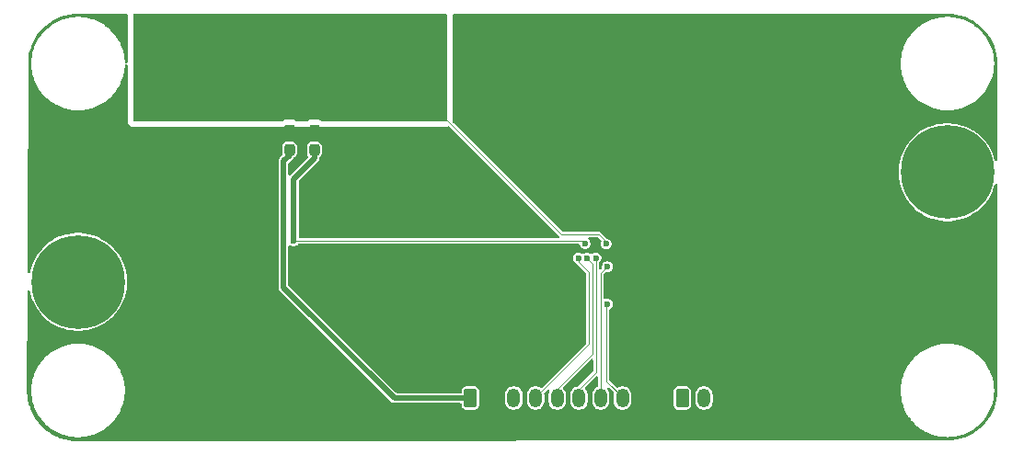
<source format=gbr>
%TF.GenerationSoftware,KiCad,Pcbnew,9.0.4*%
%TF.CreationDate,2025-09-17T13:52:30+02:00*%
%TF.ProjectId,switching_psu,73776974-6368-4696-9e67-5f7073752e6b,rev?*%
%TF.SameCoordinates,Original*%
%TF.FileFunction,Copper,L4,Bot*%
%TF.FilePolarity,Positive*%
%FSLAX46Y46*%
G04 Gerber Fmt 4.6, Leading zero omitted, Abs format (unit mm)*
G04 Created by KiCad (PCBNEW 9.0.4) date 2025-09-17 13:52:31*
%MOMM*%
%LPD*%
G01*
G04 APERTURE LIST*
G04 Aperture macros list*
%AMRoundRect*
0 Rectangle with rounded corners*
0 $1 Rounding radius*
0 $2 $3 $4 $5 $6 $7 $8 $9 X,Y pos of 4 corners*
0 Add a 4 corners polygon primitive as box body*
4,1,4,$2,$3,$4,$5,$6,$7,$8,$9,$2,$3,0*
0 Add four circle primitives for the rounded corners*
1,1,$1+$1,$2,$3*
1,1,$1+$1,$4,$5*
1,1,$1+$1,$6,$7*
1,1,$1+$1,$8,$9*
0 Add four rect primitives between the rounded corners*
20,1,$1+$1,$2,$3,$4,$5,0*
20,1,$1+$1,$4,$5,$6,$7,0*
20,1,$1+$1,$6,$7,$8,$9,0*
20,1,$1+$1,$8,$9,$2,$3,0*%
G04 Aperture macros list end*
%TA.AperFunction,ComponentPad*%
%ADD10C,0.900000*%
%TD*%
%TA.AperFunction,ComponentPad*%
%ADD11C,8.600000*%
%TD*%
%TA.AperFunction,ComponentPad*%
%ADD12RoundRect,0.250000X-0.350000X-0.625000X0.350000X-0.625000X0.350000X0.625000X-0.350000X0.625000X0*%
%TD*%
%TA.AperFunction,ComponentPad*%
%ADD13O,1.200000X1.750000*%
%TD*%
%TA.AperFunction,SMDPad,CuDef*%
%ADD14RoundRect,0.237500X0.237500X-0.300000X0.237500X0.300000X-0.237500X0.300000X-0.237500X-0.300000X0*%
%TD*%
%TA.AperFunction,ViaPad*%
%ADD15C,0.600000*%
%TD*%
%TA.AperFunction,ViaPad*%
%ADD16C,4.000000*%
%TD*%
%TA.AperFunction,Conductor*%
%ADD17C,0.500000*%
%TD*%
%TA.AperFunction,Conductor*%
%ADD18C,0.100000*%
%TD*%
%TA.AperFunction,Conductor*%
%ADD19C,0.200000*%
%TD*%
G04 APERTURE END LIST*
D10*
%TO.P,H1,1,1*%
%TO.N,Net-(F1-Pad1)*%
X102024354Y-99900000D03*
X102968935Y-97619581D03*
X102968935Y-102180419D03*
X105249354Y-96675000D03*
D11*
X105249354Y-99900000D03*
D10*
X105249354Y-103125000D03*
X107529773Y-97619581D03*
X107529773Y-102180419D03*
X108474354Y-99900000D03*
%TD*%
%TO.P,H3,1,1*%
%TO.N,Vout*%
X182024354Y-89799000D03*
X182968935Y-87518581D03*
X182968935Y-92079419D03*
X185249354Y-86574000D03*
D11*
X185249354Y-89799000D03*
D10*
X185249354Y-93024000D03*
X187529773Y-87518581D03*
X187529773Y-92079419D03*
X188474354Y-89799000D03*
%TD*%
%TO.P,H4,1,1*%
%TO.N,GND*%
X182024354Y-99899000D03*
X182968935Y-97618581D03*
X182968935Y-102179419D03*
X185249354Y-96674000D03*
D11*
X185249354Y-99899000D03*
D10*
X185249354Y-103124000D03*
X187529773Y-97618581D03*
X187529773Y-102179419D03*
X188474354Y-99899000D03*
%TD*%
%TO.P,H2,1,1*%
%TO.N,GND*%
X102024354Y-89799000D03*
X102968935Y-87518581D03*
X102968935Y-92079419D03*
X105249354Y-86574000D03*
D11*
X105249354Y-89799000D03*
D10*
X105249354Y-93024000D03*
X107529773Y-87518581D03*
X107529773Y-92079419D03*
X108474354Y-89799000D03*
%TD*%
D12*
%TO.P,J2,1,Pin_1*%
%TO.N,Net-(J2-Pin_1)*%
X160849354Y-110599000D03*
D13*
%TO.P,J2,2,Pin_2*%
%TO.N,Net-(J2-Pin_2)*%
X162849354Y-110599000D03*
%TD*%
D12*
%TO.P,J1,1,Pin_1*%
%TO.N,+5V*%
X141349354Y-110599000D03*
D13*
%TO.P,J1,2,Pin_2*%
%TO.N,GND*%
X143349354Y-110599000D03*
%TO.P,J1,3,Pin_3*%
%TO.N,unconnected-(J1-Pin_3-Pad3)*%
X145349354Y-110599000D03*
%TO.P,J1,4,Pin_4*%
%TO.N,EN*%
X147349354Y-110599000D03*
%TO.P,J1,5,Pin_5*%
%TO.N,SCL*%
X149349354Y-110599000D03*
%TO.P,J1,6,Pin_6*%
%TO.N,SDA*%
X151349354Y-110599000D03*
%TO.P,J1,7,Pin_7*%
%TO.N,SALRT*%
X153349354Y-110599000D03*
%TO.P,J1,8,Pin_8*%
%TO.N,Pgood*%
X155349354Y-110599000D03*
%TD*%
D14*
%TO.P,C22,1*%
%TO.N,Vin*%
X127000000Y-87725000D03*
%TO.P,C22,2*%
%TO.N,GND*%
X127000000Y-86000000D03*
%TD*%
%TO.P,C23,1*%
%TO.N,+5V*%
X124700000Y-87725000D03*
%TO.P,C23,2*%
%TO.N,GND*%
X124700000Y-86000000D03*
%TD*%
D15*
%TO.N,GND*%
X160285000Y-103601000D03*
%TO.N,+5V*%
X124700000Y-88150000D03*
%TO.N,Vin*%
X127000000Y-88250000D03*
%TO.N,GND*%
X153050000Y-93950000D03*
X151150000Y-93950000D03*
X149450000Y-93950000D03*
D16*
%TO.N,+5V*%
X136950646Y-82749646D03*
X136950646Y-77749646D03*
X112500646Y-77800000D03*
X112500646Y-82800000D03*
D15*
%TO.N,GND*%
X173700646Y-96087500D03*
X171300646Y-95387500D03*
X176900646Y-96087500D03*
X178500646Y-96087500D03*
X175300646Y-96087500D03*
X165200000Y-97050000D03*
X163250000Y-97100000D03*
X164250000Y-98850000D03*
X168200646Y-95387500D03*
X176100646Y-95337500D03*
X168900646Y-96137500D03*
X169700646Y-95387500D03*
X172100646Y-96087500D03*
X170500646Y-96087500D03*
X172900646Y-95387500D03*
X174500646Y-95337500D03*
X164250000Y-95200000D03*
X177700646Y-95337500D03*
%TO.N,Vin*%
X125090000Y-96110000D03*
%TO.N,GND*%
X115900000Y-93800000D03*
X115900000Y-90000000D03*
X117800000Y-93100000D03*
X117800000Y-90700000D03*
X115200000Y-93100000D03*
X115200000Y-90700000D03*
X117800000Y-91900000D03*
X115200000Y-91900000D03*
X117100000Y-93800000D03*
X117100000Y-90000000D03*
X126450000Y-96800000D03*
X143100000Y-100250000D03*
X150650000Y-100030000D03*
X146800000Y-100470000D03*
X146800000Y-101850000D03*
X122400646Y-87050000D03*
X127400000Y-98650000D03*
X151550000Y-101410000D03*
X137850000Y-99400000D03*
X149650000Y-101750000D03*
X151550000Y-102130000D03*
X147700000Y-101850000D03*
X124050646Y-86050000D03*
X151550000Y-100710000D03*
X139950000Y-99400000D03*
X151550000Y-102830000D03*
X150650000Y-100710000D03*
X148750000Y-101750000D03*
X131550000Y-99400000D03*
X133650000Y-99400000D03*
X147700000Y-101150000D03*
X146800000Y-101150000D03*
X138900000Y-100200000D03*
X150650000Y-102130000D03*
X142050000Y-99400000D03*
X143950000Y-99600000D03*
X125850646Y-86000000D03*
X130650000Y-100200000D03*
X126450000Y-100500000D03*
X141000000Y-100200000D03*
X122400646Y-89400000D03*
X127650646Y-86000000D03*
X136800000Y-100200000D03*
X132600000Y-100200000D03*
X150650000Y-102830000D03*
X150650000Y-101410000D03*
X123300646Y-88200000D03*
X134700000Y-100200000D03*
X151550000Y-100030000D03*
X125450000Y-98650000D03*
X135750000Y-99400000D03*
X147700000Y-100470000D03*
%TO.N,Vin*%
X151911854Y-96361500D03*
%TO.N,+5V*%
X153849354Y-96411500D03*
D16*
X132100000Y-82799000D03*
X117300000Y-77799000D03*
X127100000Y-77799000D03*
X132100000Y-77799000D03*
X122100000Y-77799000D03*
X117300000Y-82799000D03*
D15*
%TO.N,EN*%
X151299997Y-97700000D03*
%TO.N,Pgood*%
X153949354Y-101949000D03*
%TO.N,SCL*%
X152100000Y-97700000D03*
%TO.N,SALRT*%
X153949354Y-98499000D03*
%TO.N,SDA*%
X152900000Y-97700000D03*
%TD*%
D17*
%TO.N,Vin*%
X127000000Y-88250000D02*
X127000000Y-88212500D01*
D18*
X151650354Y-96100000D02*
X151911854Y-96361500D01*
X125100000Y-96100000D02*
X151650354Y-96100000D01*
X125090000Y-96110000D02*
X125100000Y-96100000D01*
%TO.N,+5V*%
X149701000Y-95500000D02*
X137050354Y-82849354D01*
X153150000Y-95500000D02*
X149701000Y-95500000D01*
X153849354Y-96411500D02*
X153849354Y-96199354D01*
X153849354Y-96199354D02*
X153150000Y-95500000D01*
%TO.N,EN*%
X152260000Y-105640000D02*
X147349354Y-110550646D01*
X152260000Y-99034305D02*
X152260000Y-105640000D01*
X151299997Y-98074302D02*
X152260000Y-99034305D01*
X151299997Y-97700000D02*
X151299997Y-98074302D01*
X147349354Y-110550646D02*
X147349354Y-110599000D01*
%TO.N,SCL*%
X149349354Y-109750646D02*
X149349354Y-110599000D01*
X152600000Y-106500000D02*
X149349354Y-109750646D01*
X152600000Y-98200000D02*
X152600000Y-106500000D01*
X152100000Y-97700000D02*
X152600000Y-98200000D01*
%TO.N,SDA*%
X151349354Y-109800646D02*
X151349354Y-110599000D01*
X152900000Y-108250000D02*
X151349354Y-109800646D01*
X152900000Y-97700000D02*
X152900000Y-108250000D01*
D17*
%TO.N,Vin*%
X125090000Y-90410646D02*
X125640646Y-89860000D01*
X125090000Y-96110000D02*
X125090000Y-90410646D01*
D18*
%TO.N,+5V*%
X136950646Y-82800000D02*
X136950646Y-82749646D01*
X132100000Y-82849354D02*
X132100000Y-82799000D01*
%TO.N,Pgood*%
X153900000Y-101998354D02*
X153949354Y-101949000D01*
X153900000Y-109050000D02*
X153900000Y-101998354D01*
X155349354Y-110499354D02*
X153900000Y-109050000D01*
X155349354Y-110599000D02*
X155349354Y-110499354D01*
%TO.N,SALRT*%
X153349354Y-99099000D02*
X153349354Y-110599000D01*
X153949354Y-98499000D02*
X153349354Y-99099000D01*
D19*
%TO.N,GND*%
X124700000Y-86000000D02*
X127000000Y-86000000D01*
D17*
%TO.N,Vin*%
X125640646Y-89860000D02*
X127000000Y-88500646D01*
%TO.N,+5V*%
X124149354Y-88763146D02*
X124700000Y-88212500D01*
X124149354Y-100399354D02*
X124149354Y-88763146D01*
X134349000Y-110599000D02*
X124149354Y-100399354D01*
X141349354Y-110599000D02*
X134349000Y-110599000D01*
%TO.N,Vin*%
X127000000Y-88500646D02*
X127000000Y-88250000D01*
%TD*%
%TA.AperFunction,Conductor*%
%TO.N,+5V*%
G36*
X139143039Y-75232988D02*
G01*
X139188794Y-75285792D01*
X139200000Y-75337303D01*
X139200000Y-84989303D01*
X139180315Y-85056342D01*
X139127511Y-85102097D01*
X139076000Y-85113303D01*
X127727264Y-85113303D01*
X127662168Y-85094842D01*
X127551522Y-85026595D01*
X127551517Y-85026593D01*
X127551516Y-85026592D01*
X127387753Y-84972326D01*
X127387751Y-84972325D01*
X127286678Y-84962000D01*
X126713330Y-84962000D01*
X126713312Y-84962001D01*
X126612247Y-84972325D01*
X126448484Y-85026592D01*
X126448477Y-85026595D01*
X126337832Y-85094842D01*
X126272736Y-85113303D01*
X125427264Y-85113303D01*
X125362168Y-85094842D01*
X125251522Y-85026595D01*
X125251517Y-85026593D01*
X125251516Y-85026592D01*
X125087753Y-84972326D01*
X125087751Y-84972325D01*
X124986678Y-84962000D01*
X124413330Y-84962000D01*
X124413312Y-84962001D01*
X124312247Y-84972325D01*
X124148484Y-85026592D01*
X124148477Y-85026595D01*
X124037832Y-85094842D01*
X123972736Y-85113303D01*
X110424000Y-85113303D01*
X110356961Y-85093618D01*
X110311206Y-85040814D01*
X110300000Y-84989303D01*
X110300000Y-75337303D01*
X110319685Y-75270264D01*
X110372489Y-75224509D01*
X110424000Y-75213303D01*
X139076000Y-75213303D01*
X139143039Y-75232988D01*
G37*
%TD.AperFunction*%
%TD*%
%TA.AperFunction,Conductor*%
%TO.N,GND*%
G36*
X109738249Y-75219185D02*
G01*
X109784004Y-75271989D01*
X109792739Y-75332740D01*
X109794816Y-75332889D01*
X109794500Y-75337306D01*
X109794500Y-79649088D01*
X109774815Y-79716127D01*
X109722011Y-79761882D01*
X109652853Y-79771826D01*
X109589297Y-79742801D01*
X109551523Y-79684023D01*
X109546615Y-79654423D01*
X109544191Y-79598137D01*
X109540895Y-79521582D01*
X109524986Y-79337207D01*
X109501160Y-79153687D01*
X109469461Y-78971362D01*
X109464399Y-78948204D01*
X109429947Y-78790574D01*
X109382693Y-78611654D01*
X109380182Y-78603571D01*
X109327781Y-78434919D01*
X109265319Y-78260719D01*
X109195421Y-78089368D01*
X109191710Y-78081285D01*
X109118221Y-77921196D01*
X109118215Y-77921182D01*
X109033845Y-77756474D01*
X108942467Y-77595548D01*
X108882157Y-77499237D01*
X108844250Y-77438701D01*
X108739381Y-77286234D01*
X108733288Y-77278144D01*
X108628040Y-77138405D01*
X108569243Y-77066957D01*
X108510450Y-76995513D01*
X108386809Y-76857799D01*
X108257375Y-76725551D01*
X108248751Y-76717466D01*
X108122361Y-76598982D01*
X107982029Y-76478342D01*
X107971759Y-76470255D01*
X107836636Y-76363850D01*
X107714011Y-76275562D01*
X107686454Y-76255721D01*
X107531758Y-76154152D01*
X107372835Y-76059333D01*
X107372822Y-76059325D01*
X107209995Y-75971446D01*
X107209993Y-75971445D01*
X107209980Y-75971438D01*
X107043494Y-75890632D01*
X106873686Y-75817062D01*
X106852584Y-75808979D01*
X106700877Y-75750869D01*
X106676704Y-75742784D01*
X106525367Y-75692167D01*
X106480075Y-75679156D01*
X106347510Y-75641075D01*
X106167592Y-75597676D01*
X105985996Y-75562061D01*
X105843292Y-75540403D01*
X105803035Y-75534294D01*
X105698537Y-75523007D01*
X105619049Y-75514422D01*
X105434357Y-75502483D01*
X105249354Y-75498501D01*
X105064350Y-75502483D01*
X104879658Y-75514422D01*
X104780298Y-75525154D01*
X104695673Y-75534294D01*
X104670963Y-75538044D01*
X104512711Y-75562061D01*
X104331115Y-75597676D01*
X104151197Y-75641075D01*
X104001486Y-75684082D01*
X103973341Y-75692167D01*
X103906889Y-75714393D01*
X103797830Y-75750869D01*
X103625021Y-75817062D01*
X103473870Y-75882549D01*
X103455214Y-75890632D01*
X103288728Y-75971438D01*
X103288712Y-75971446D01*
X103125885Y-76059325D01*
X102966954Y-76154149D01*
X102812248Y-76255725D01*
X102662071Y-76363850D01*
X102516683Y-76478338D01*
X102441481Y-76542988D01*
X102385750Y-76590899D01*
X102376338Y-76598990D01*
X102241332Y-76725551D01*
X102111898Y-76857799D01*
X101988257Y-76995513D01*
X101870670Y-77138402D01*
X101759326Y-77286234D01*
X101654457Y-77438701D01*
X101556249Y-77595534D01*
X101464862Y-77756474D01*
X101392829Y-77897098D01*
X101384634Y-77913099D01*
X101380486Y-77921196D01*
X101303293Y-78089352D01*
X101233383Y-78260732D01*
X101170931Y-78434906D01*
X101116014Y-78611654D01*
X101068760Y-78790574D01*
X101029246Y-78971362D01*
X100997549Y-79153678D01*
X100973721Y-79337209D01*
X100965374Y-79433956D01*
X100958511Y-79513499D01*
X100957813Y-79521585D01*
X100949851Y-79706470D01*
X100949353Y-79799000D01*
X100949851Y-79891529D01*
X100957813Y-80076414D01*
X100973721Y-80260790D01*
X100997549Y-80444321D01*
X101029246Y-80626637D01*
X101068760Y-80807425D01*
X101116014Y-80986345D01*
X101116017Y-80986354D01*
X101168419Y-81155010D01*
X101170931Y-81163093D01*
X101233383Y-81337267D01*
X101303293Y-81508647D01*
X101376782Y-81668735D01*
X101380493Y-81676818D01*
X101429727Y-81772933D01*
X101460722Y-81833443D01*
X101464863Y-81841526D01*
X101556241Y-82002452D01*
X101556247Y-82002462D01*
X101556249Y-82002465D01*
X101654457Y-82159298D01*
X101753772Y-82303690D01*
X101759332Y-82311773D01*
X101864580Y-82451512D01*
X101870670Y-82459597D01*
X101988257Y-82602486D01*
X102111898Y-82740200D01*
X102233421Y-82864365D01*
X102241335Y-82872451D01*
X102376347Y-82999018D01*
X102516679Y-83119658D01*
X102662071Y-83234149D01*
X102812254Y-83342279D01*
X102966950Y-83443848D01*
X103112337Y-83530591D01*
X103125885Y-83538674D01*
X103221861Y-83590473D01*
X103288728Y-83626562D01*
X103455214Y-83707368D01*
X103625022Y-83780938D01*
X103797837Y-83847133D01*
X103973341Y-83905833D01*
X104123059Y-83948841D01*
X104151197Y-83956924D01*
X104151200Y-83956924D01*
X104151208Y-83956927D01*
X104331108Y-84000322D01*
X104417419Y-84017249D01*
X104512711Y-84035938D01*
X104568513Y-84044406D01*
X104695673Y-84063706D01*
X104879663Y-84083578D01*
X105064337Y-84095516D01*
X105249354Y-84099498D01*
X105434371Y-84095516D01*
X105619045Y-84083578D01*
X105803035Y-84063706D01*
X105945742Y-84042046D01*
X105985996Y-84035938D01*
X106035888Y-84026153D01*
X106167600Y-84000322D01*
X106347500Y-83956927D01*
X106525367Y-83905833D01*
X106700871Y-83847133D01*
X106873686Y-83780938D01*
X107043494Y-83707368D01*
X107209980Y-83626562D01*
X107372835Y-83538667D01*
X107531758Y-83443848D01*
X107686454Y-83342279D01*
X107836637Y-83234149D01*
X107982029Y-83119658D01*
X108122361Y-82999018D01*
X108257373Y-82872451D01*
X108386815Y-82740194D01*
X108510447Y-82602490D01*
X108628040Y-82459595D01*
X108739376Y-82311773D01*
X108844250Y-82159298D01*
X108942467Y-82002452D01*
X109033845Y-81841526D01*
X109118215Y-81676818D01*
X109195421Y-81508632D01*
X109265319Y-81337281D01*
X109327781Y-81163081D01*
X109382691Y-80986354D01*
X109429946Y-80807430D01*
X109469461Y-80626638D01*
X109501160Y-80444313D01*
X109524986Y-80260793D01*
X109540895Y-80076418D01*
X109546615Y-79943576D01*
X109569165Y-79877446D01*
X109623889Y-79834005D01*
X109693411Y-79827046D01*
X109755659Y-79858778D01*
X109790870Y-79919127D01*
X109794500Y-79948911D01*
X109794500Y-84989303D01*
X109794501Y-84989312D01*
X109806052Y-85096753D01*
X109806054Y-85096765D01*
X109817260Y-85148275D01*
X109851383Y-85250800D01*
X109851386Y-85250806D01*
X109929171Y-85371840D01*
X109929179Y-85371851D01*
X109974923Y-85424643D01*
X109974926Y-85424646D01*
X109974930Y-85424650D01*
X110083664Y-85518870D01*
X110083667Y-85518871D01*
X110083668Y-85518872D01*
X110097263Y-85525081D01*
X110214541Y-85578641D01*
X110281580Y-85598326D01*
X110281584Y-85598327D01*
X110424000Y-85618803D01*
X110424003Y-85618803D01*
X123972731Y-85618803D01*
X123972736Y-85618803D01*
X124110655Y-85599624D01*
X124175751Y-85581163D01*
X124303208Y-85525081D01*
X124351234Y-85495456D01*
X124377318Y-85483293D01*
X124405813Y-85473850D01*
X124432358Y-85468185D01*
X124432947Y-85468125D01*
X124445387Y-85467500D01*
X124954612Y-85467500D01*
X124967086Y-85468129D01*
X124967683Y-85468190D01*
X124994186Y-85473851D01*
X125022676Y-85483291D01*
X125048763Y-85495456D01*
X125096794Y-85525082D01*
X125224249Y-85581163D01*
X125289345Y-85599624D01*
X125427264Y-85618803D01*
X125427269Y-85618803D01*
X126272731Y-85618803D01*
X126272736Y-85618803D01*
X126410655Y-85599624D01*
X126475751Y-85581163D01*
X126603208Y-85525081D01*
X126651234Y-85495456D01*
X126677318Y-85483293D01*
X126705813Y-85473850D01*
X126732358Y-85468185D01*
X126732947Y-85468125D01*
X126745387Y-85467500D01*
X127254612Y-85467500D01*
X127267086Y-85468129D01*
X127267683Y-85468190D01*
X127294186Y-85473851D01*
X127322676Y-85483291D01*
X127348763Y-85495456D01*
X127396794Y-85525082D01*
X127524249Y-85581163D01*
X127589345Y-85599624D01*
X127727264Y-85618803D01*
X127727269Y-85618803D01*
X139075990Y-85618803D01*
X139076000Y-85618803D01*
X139183456Y-85607250D01*
X139234967Y-85596044D01*
X139318209Y-85568337D01*
X139388034Y-85565844D01*
X139445050Y-85598311D01*
X149484558Y-95637819D01*
X149518043Y-95699142D01*
X149513059Y-95768834D01*
X149471187Y-95824767D01*
X149405723Y-95849184D01*
X149396877Y-95849500D01*
X125664500Y-95849500D01*
X125597461Y-95829815D01*
X125551706Y-95777011D01*
X125540500Y-95725500D01*
X125540500Y-90648611D01*
X125560185Y-90581572D01*
X125576819Y-90560930D01*
X126173422Y-89964327D01*
X127360489Y-88777260D01*
X127419799Y-88674533D01*
X127426286Y-88650319D01*
X127450500Y-88559955D01*
X127450500Y-88494119D01*
X127452045Y-88484424D01*
X127460495Y-88466641D01*
X127464620Y-88451250D01*
X127463282Y-88450696D01*
X127466391Y-88443188D01*
X127469437Y-88431821D01*
X127505799Y-88372159D01*
X127515581Y-88364138D01*
X127533079Y-88351223D01*
X127550711Y-88338211D01*
X127629116Y-88231975D01*
X127672725Y-88107349D01*
X127675500Y-88077756D01*
X127675500Y-87372244D01*
X127672725Y-87342651D01*
X127629116Y-87218025D01*
X127550711Y-87111789D01*
X127550710Y-87111788D01*
X127444476Y-87033384D01*
X127319848Y-86989774D01*
X127319849Y-86989774D01*
X127290260Y-86987000D01*
X127290256Y-86987000D01*
X126709744Y-86987000D01*
X126709740Y-86987000D01*
X126680150Y-86989774D01*
X126555523Y-87033384D01*
X126449289Y-87111788D01*
X126449288Y-87111789D01*
X126370884Y-87218023D01*
X126327274Y-87342650D01*
X126324500Y-87372239D01*
X126324500Y-88077760D01*
X126327274Y-88107349D01*
X126370883Y-88231974D01*
X126418213Y-88296104D01*
X126442183Y-88361733D01*
X126426867Y-88429903D01*
X126406123Y-88457418D01*
X125364032Y-89499511D01*
X124811535Y-90052008D01*
X124750212Y-90085493D01*
X124680520Y-90080509D01*
X124624587Y-90038637D01*
X124600170Y-89973173D01*
X124599854Y-89964327D01*
X124599854Y-89001110D01*
X124619539Y-88934071D01*
X124636169Y-88913433D01*
X124976401Y-88573200D01*
X124977842Y-88571784D01*
X124988810Y-88561182D01*
X125007314Y-88550500D01*
X125100500Y-88457314D01*
X125105840Y-88448063D01*
X125118351Y-88435971D01*
X125133687Y-88427931D01*
X125138121Y-88423659D01*
X125136997Y-88422135D01*
X125144475Y-88416616D01*
X125250711Y-88338211D01*
X125329116Y-88231975D01*
X125372725Y-88107349D01*
X125375500Y-88077756D01*
X125375500Y-87372244D01*
X125372725Y-87342651D01*
X125329116Y-87218025D01*
X125250711Y-87111789D01*
X125250710Y-87111788D01*
X125144476Y-87033384D01*
X125019848Y-86989774D01*
X125019849Y-86989774D01*
X124990260Y-86987000D01*
X124990256Y-86987000D01*
X124409744Y-86987000D01*
X124409740Y-86987000D01*
X124380150Y-86989774D01*
X124255523Y-87033384D01*
X124149289Y-87111788D01*
X124149288Y-87111789D01*
X124070884Y-87218023D01*
X124027274Y-87342650D01*
X124024500Y-87372239D01*
X124024500Y-88077760D01*
X124027274Y-88107344D01*
X124027276Y-88107355D01*
X124038031Y-88138091D01*
X124041592Y-88207870D01*
X124008671Y-88266725D01*
X123788864Y-88486533D01*
X123788863Y-88486535D01*
X123729555Y-88589258D01*
X123729554Y-88589263D01*
X123698854Y-88703837D01*
X123698854Y-100458662D01*
X123723066Y-100549026D01*
X123729554Y-100573239D01*
X123729554Y-100573240D01*
X123729555Y-100573241D01*
X123788865Y-100675968D01*
X134072386Y-110959490D01*
X134175113Y-111018799D01*
X134199321Y-111025284D01*
X134199324Y-111025286D01*
X134199325Y-111025286D01*
X134229447Y-111033357D01*
X134289691Y-111049500D01*
X140424854Y-111049500D01*
X140491893Y-111069185D01*
X140537648Y-111121989D01*
X140548854Y-111173500D01*
X140548854Y-111278269D01*
X140551707Y-111308699D01*
X140551707Y-111308701D01*
X140596521Y-111436769D01*
X140596561Y-111436882D01*
X140677204Y-111546150D01*
X140786472Y-111626793D01*
X140829199Y-111641744D01*
X140914653Y-111671646D01*
X140945084Y-111674500D01*
X140945088Y-111674500D01*
X141753624Y-111674500D01*
X141784053Y-111671646D01*
X141784055Y-111671646D01*
X141848144Y-111649219D01*
X141912236Y-111626793D01*
X142021504Y-111546150D01*
X142102147Y-111436882D01*
X142124573Y-111372790D01*
X142147000Y-111308701D01*
X142147000Y-111308699D01*
X142149854Y-111278269D01*
X142149854Y-110245153D01*
X144548854Y-110245153D01*
X144548854Y-110952846D01*
X144579615Y-111107489D01*
X144579618Y-111107501D01*
X144639956Y-111253172D01*
X144639963Y-111253185D01*
X144727564Y-111384288D01*
X144727567Y-111384292D01*
X144839061Y-111495786D01*
X144839065Y-111495789D01*
X144970168Y-111583390D01*
X144970181Y-111583397D01*
X145074950Y-111626793D01*
X145115857Y-111643737D01*
X145256164Y-111671646D01*
X145270507Y-111674499D01*
X145270510Y-111674500D01*
X145270512Y-111674500D01*
X145428198Y-111674500D01*
X145428199Y-111674499D01*
X145582851Y-111643737D01*
X145728533Y-111583394D01*
X145859643Y-111495789D01*
X145971143Y-111384289D01*
X146058748Y-111253179D01*
X146119091Y-111107497D01*
X146149854Y-110952842D01*
X146149854Y-110245158D01*
X146149854Y-110245156D01*
X146149854Y-110245155D01*
X146149853Y-110245153D01*
X146548854Y-110245153D01*
X146548854Y-110952846D01*
X146579615Y-111107489D01*
X146579618Y-111107501D01*
X146639956Y-111253172D01*
X146639963Y-111253185D01*
X146727564Y-111384288D01*
X146727567Y-111384292D01*
X146839061Y-111495786D01*
X146839065Y-111495789D01*
X146970168Y-111583390D01*
X146970181Y-111583397D01*
X147074950Y-111626793D01*
X147115857Y-111643737D01*
X147256164Y-111671646D01*
X147270507Y-111674499D01*
X147270510Y-111674500D01*
X147270512Y-111674500D01*
X147428198Y-111674500D01*
X147428199Y-111674499D01*
X147582851Y-111643737D01*
X147728533Y-111583394D01*
X147859643Y-111495789D01*
X147971143Y-111384289D01*
X148058748Y-111253179D01*
X148119091Y-111107497D01*
X148149854Y-110952842D01*
X148149854Y-110245158D01*
X148149853Y-110245155D01*
X148139432Y-110192765D01*
X148145659Y-110123173D01*
X148173366Y-110080893D01*
X148432872Y-109821387D01*
X148494193Y-109787904D01*
X148563885Y-109792888D01*
X148619818Y-109834760D01*
X148644235Y-109900224D01*
X148635113Y-109956522D01*
X148579617Y-110090503D01*
X148579616Y-110090506D01*
X148579616Y-110090507D01*
X148579615Y-110090510D01*
X148548854Y-110245153D01*
X148548854Y-110952846D01*
X148579615Y-111107489D01*
X148579618Y-111107501D01*
X148639956Y-111253172D01*
X148639963Y-111253185D01*
X148727564Y-111384288D01*
X148727567Y-111384292D01*
X148839061Y-111495786D01*
X148839065Y-111495789D01*
X148970168Y-111583390D01*
X148970181Y-111583397D01*
X149074950Y-111626793D01*
X149115857Y-111643737D01*
X149256164Y-111671646D01*
X149270507Y-111674499D01*
X149270510Y-111674500D01*
X149270512Y-111674500D01*
X149428198Y-111674500D01*
X149428199Y-111674499D01*
X149582851Y-111643737D01*
X149728533Y-111583394D01*
X149859643Y-111495789D01*
X149971143Y-111384289D01*
X150058748Y-111253179D01*
X150119091Y-111107497D01*
X150149854Y-110952842D01*
X150149854Y-110245158D01*
X150149854Y-110245156D01*
X150149854Y-110245155D01*
X150149853Y-110245153D01*
X150136279Y-110176912D01*
X150119091Y-110090503D01*
X150119089Y-110090498D01*
X150058751Y-109944827D01*
X150058744Y-109944814D01*
X149971143Y-109813711D01*
X149971140Y-109813707D01*
X149893527Y-109736094D01*
X149860042Y-109674771D01*
X149865026Y-109605079D01*
X149893525Y-109560734D01*
X152437819Y-107016441D01*
X152499142Y-106982956D01*
X152568834Y-106987940D01*
X152624767Y-107029812D01*
X152649184Y-107095276D01*
X152649500Y-107104122D01*
X152649500Y-108094877D01*
X152629815Y-108161916D01*
X152613181Y-108182558D01*
X151299266Y-109496472D01*
X151237943Y-109529957D01*
X151235777Y-109530408D01*
X151115862Y-109554261D01*
X151115852Y-109554264D01*
X150970181Y-109614602D01*
X150970168Y-109614609D01*
X150839065Y-109702210D01*
X150839061Y-109702213D01*
X150727567Y-109813707D01*
X150727564Y-109813711D01*
X150639963Y-109944814D01*
X150639956Y-109944827D01*
X150579618Y-110090498D01*
X150579615Y-110090510D01*
X150548854Y-110245153D01*
X150548854Y-110952846D01*
X150579615Y-111107489D01*
X150579618Y-111107501D01*
X150639956Y-111253172D01*
X150639963Y-111253185D01*
X150727564Y-111384288D01*
X150727567Y-111384292D01*
X150839061Y-111495786D01*
X150839065Y-111495789D01*
X150970168Y-111583390D01*
X150970181Y-111583397D01*
X151074950Y-111626793D01*
X151115857Y-111643737D01*
X151256164Y-111671646D01*
X151270507Y-111674499D01*
X151270510Y-111674500D01*
X151270512Y-111674500D01*
X151428198Y-111674500D01*
X151428199Y-111674499D01*
X151582851Y-111643737D01*
X151728533Y-111583394D01*
X151859643Y-111495789D01*
X151971143Y-111384289D01*
X152058748Y-111253179D01*
X152119091Y-111107497D01*
X152149854Y-110952842D01*
X152149854Y-110245158D01*
X152149854Y-110245156D01*
X152149854Y-110245155D01*
X152149853Y-110245153D01*
X152136279Y-110176912D01*
X152119091Y-110090503D01*
X152119089Y-110090498D01*
X152058751Y-109944827D01*
X152058744Y-109944814D01*
X151971143Y-109813711D01*
X151971140Y-109813707D01*
X151918527Y-109761094D01*
X151885042Y-109699771D01*
X151890026Y-109630079D01*
X151918525Y-109585734D01*
X152887173Y-108617085D01*
X152948496Y-108583601D01*
X153018188Y-108588585D01*
X153074121Y-108630457D01*
X153098538Y-108695921D01*
X153098854Y-108704767D01*
X153098854Y-109478450D01*
X153079169Y-109545489D01*
X153026365Y-109591244D01*
X153022308Y-109593010D01*
X152970183Y-109614601D01*
X152970168Y-109614609D01*
X152839065Y-109702210D01*
X152839061Y-109702213D01*
X152727567Y-109813707D01*
X152727564Y-109813711D01*
X152639963Y-109944814D01*
X152639956Y-109944827D01*
X152579618Y-110090498D01*
X152579615Y-110090510D01*
X152548854Y-110245153D01*
X152548854Y-110952846D01*
X152579615Y-111107489D01*
X152579618Y-111107501D01*
X152639956Y-111253172D01*
X152639963Y-111253185D01*
X152727564Y-111384288D01*
X152727567Y-111384292D01*
X152839061Y-111495786D01*
X152839065Y-111495789D01*
X152970168Y-111583390D01*
X152970181Y-111583397D01*
X153074950Y-111626793D01*
X153115857Y-111643737D01*
X153256164Y-111671646D01*
X153270507Y-111674499D01*
X153270510Y-111674500D01*
X153270512Y-111674500D01*
X153428198Y-111674500D01*
X153428199Y-111674499D01*
X153582851Y-111643737D01*
X153728533Y-111583394D01*
X153859643Y-111495789D01*
X153971143Y-111384289D01*
X154058748Y-111253179D01*
X154119091Y-111107497D01*
X154149854Y-110952842D01*
X154149854Y-110245158D01*
X154149854Y-110245156D01*
X154149854Y-110245155D01*
X154149853Y-110245153D01*
X154136279Y-110176912D01*
X154119091Y-110090503D01*
X154119089Y-110090498D01*
X154058751Y-109944827D01*
X154058744Y-109944814D01*
X153989363Y-109840979D01*
X153968485Y-109774302D01*
X153986969Y-109706922D01*
X154038948Y-109660231D01*
X154107918Y-109649055D01*
X154171982Y-109676940D01*
X154180146Y-109684407D01*
X154533848Y-110038109D01*
X154567333Y-110099432D01*
X154567785Y-110149980D01*
X154548854Y-110245158D01*
X154548854Y-110952846D01*
X154579615Y-111107489D01*
X154579618Y-111107501D01*
X154639956Y-111253172D01*
X154639963Y-111253185D01*
X154727564Y-111384288D01*
X154727567Y-111384292D01*
X154839061Y-111495786D01*
X154839065Y-111495789D01*
X154970168Y-111583390D01*
X154970181Y-111583397D01*
X155074950Y-111626793D01*
X155115857Y-111643737D01*
X155256164Y-111671646D01*
X155270507Y-111674499D01*
X155270510Y-111674500D01*
X155270512Y-111674500D01*
X155428198Y-111674500D01*
X155428199Y-111674499D01*
X155582851Y-111643737D01*
X155728533Y-111583394D01*
X155859643Y-111495789D01*
X155971143Y-111384289D01*
X156058748Y-111253179D01*
X156119091Y-111107497D01*
X156149854Y-110952842D01*
X156149854Y-110245158D01*
X156149854Y-110245156D01*
X156149854Y-110245155D01*
X156149853Y-110245153D01*
X156136279Y-110176912D01*
X156119091Y-110090503D01*
X156119089Y-110090498D01*
X156066828Y-109964327D01*
X156066812Y-109964289D01*
X156065748Y-109961722D01*
X156058748Y-109944821D01*
X156058745Y-109944816D01*
X156058744Y-109944814D01*
X156041983Y-109919730D01*
X160048854Y-109919730D01*
X160048854Y-111278269D01*
X160051707Y-111308699D01*
X160051707Y-111308701D01*
X160096521Y-111436769D01*
X160096561Y-111436882D01*
X160177204Y-111546150D01*
X160286472Y-111626793D01*
X160329199Y-111641744D01*
X160414653Y-111671646D01*
X160445084Y-111674500D01*
X160445088Y-111674500D01*
X161253624Y-111674500D01*
X161284053Y-111671646D01*
X161284055Y-111671646D01*
X161348144Y-111649219D01*
X161412236Y-111626793D01*
X161521504Y-111546150D01*
X161602147Y-111436882D01*
X161624573Y-111372790D01*
X161647000Y-111308701D01*
X161647000Y-111308699D01*
X161649854Y-111278269D01*
X161649854Y-110245153D01*
X162048854Y-110245153D01*
X162048854Y-110952846D01*
X162079615Y-111107489D01*
X162079618Y-111107501D01*
X162139956Y-111253172D01*
X162139963Y-111253185D01*
X162227564Y-111384288D01*
X162227567Y-111384292D01*
X162339061Y-111495786D01*
X162339065Y-111495789D01*
X162470168Y-111583390D01*
X162470181Y-111583397D01*
X162574950Y-111626793D01*
X162615857Y-111643737D01*
X162756164Y-111671646D01*
X162770507Y-111674499D01*
X162770510Y-111674500D01*
X162770512Y-111674500D01*
X162928198Y-111674500D01*
X162928199Y-111674499D01*
X163082851Y-111643737D01*
X163228533Y-111583394D01*
X163359643Y-111495789D01*
X163471143Y-111384289D01*
X163558748Y-111253179D01*
X163619091Y-111107497D01*
X163649854Y-110952842D01*
X163649854Y-110245158D01*
X163649854Y-110245156D01*
X163649854Y-110245155D01*
X163649853Y-110245153D01*
X163636279Y-110176912D01*
X163619091Y-110090503D01*
X163558748Y-109944821D01*
X163558745Y-109944816D01*
X163558744Y-109944814D01*
X163527799Y-109898502D01*
X180949353Y-109898502D01*
X180949851Y-109991031D01*
X180954538Y-110099861D01*
X180957813Y-110175920D01*
X180962867Y-110234497D01*
X180973721Y-110360292D01*
X180997549Y-110543823D01*
X181029246Y-110726139D01*
X181068760Y-110906927D01*
X181116014Y-111085847D01*
X181170931Y-111262595D01*
X181233383Y-111436769D01*
X181303293Y-111608149D01*
X181333752Y-111674500D01*
X181380493Y-111776320D01*
X181410021Y-111833965D01*
X181464862Y-111941027D01*
X181502460Y-112007241D01*
X181556241Y-112101954D01*
X181556247Y-112101964D01*
X181556249Y-112101967D01*
X181654457Y-112258800D01*
X181733137Y-112373191D01*
X181759332Y-112411275D01*
X181870668Y-112559097D01*
X181896054Y-112589945D01*
X181988257Y-112701988D01*
X182111898Y-112839702D01*
X182194161Y-112923753D01*
X182241335Y-112971953D01*
X182376347Y-113098520D01*
X182516679Y-113219160D01*
X182662071Y-113333651D01*
X182812254Y-113441781D01*
X182966950Y-113543350D01*
X183125873Y-113638169D01*
X183125885Y-113638176D01*
X183221861Y-113689975D01*
X183288728Y-113726064D01*
X183455214Y-113806870D01*
X183625022Y-113880440D01*
X183797837Y-113946635D01*
X183973341Y-114005335D01*
X184126911Y-114049449D01*
X184151197Y-114056426D01*
X184151200Y-114056426D01*
X184151208Y-114056429D01*
X184331108Y-114099824D01*
X184417419Y-114116751D01*
X184512711Y-114135440D01*
X184568513Y-114143908D01*
X184695673Y-114163208D01*
X184879663Y-114183080D01*
X185064337Y-114195018D01*
X185249354Y-114199000D01*
X185434371Y-114195018D01*
X185619045Y-114183080D01*
X185803035Y-114163208D01*
X185945742Y-114141548D01*
X185985996Y-114135440D01*
X186035888Y-114125655D01*
X186167600Y-114099824D01*
X186347500Y-114056429D01*
X186525367Y-114005335D01*
X186700871Y-113946635D01*
X186873686Y-113880440D01*
X187043494Y-113806870D01*
X187209980Y-113726064D01*
X187372835Y-113638169D01*
X187531758Y-113543350D01*
X187686454Y-113441781D01*
X187836637Y-113333651D01*
X187982029Y-113219160D01*
X188122361Y-113098520D01*
X188257373Y-112971953D01*
X188386815Y-112839696D01*
X188510447Y-112701992D01*
X188628040Y-112559097D01*
X188739376Y-112411275D01*
X188844250Y-112258800D01*
X188942467Y-112101954D01*
X189033845Y-111941028D01*
X189118215Y-111776320D01*
X189195421Y-111608134D01*
X189265319Y-111436783D01*
X189327781Y-111262583D01*
X189382691Y-111085856D01*
X189429946Y-110906932D01*
X189469461Y-110726140D01*
X189501160Y-110543815D01*
X189524986Y-110360295D01*
X189540895Y-110175920D01*
X189548856Y-109991032D01*
X189548856Y-109805972D01*
X189540895Y-109621084D01*
X189524986Y-109436709D01*
X189501160Y-109253189D01*
X189469461Y-109070864D01*
X189429946Y-108890072D01*
X189382691Y-108711148D01*
X189327781Y-108534421D01*
X189265319Y-108360221D01*
X189195421Y-108188870D01*
X189192523Y-108182558D01*
X189152273Y-108094877D01*
X189118215Y-108020684D01*
X189033845Y-107855976D01*
X188942467Y-107695050D01*
X188844874Y-107539200D01*
X188844250Y-107538203D01*
X188739381Y-107385736D01*
X188739376Y-107385729D01*
X188628040Y-107237907D01*
X188517944Y-107104122D01*
X188510450Y-107095015D01*
X188386809Y-106957301D01*
X188257375Y-106825053D01*
X188235728Y-106804760D01*
X188122361Y-106698484D01*
X187982029Y-106577844D01*
X187836637Y-106463353D01*
X187686454Y-106355223D01*
X187531758Y-106253654D01*
X187433913Y-106195276D01*
X187372822Y-106158827D01*
X187209995Y-106070948D01*
X187209993Y-106070947D01*
X187209980Y-106070940D01*
X187043494Y-105990134D01*
X186873686Y-105916564D01*
X186842872Y-105904761D01*
X186700877Y-105850371D01*
X186699130Y-105849786D01*
X186525367Y-105791669D01*
X186480075Y-105778658D01*
X186347510Y-105740577D01*
X186167592Y-105697178D01*
X185985996Y-105661563D01*
X185843292Y-105639905D01*
X185803035Y-105633796D01*
X185698537Y-105622509D01*
X185619049Y-105613924D01*
X185434357Y-105601985D01*
X185249354Y-105598003D01*
X185064350Y-105601985D01*
X184879658Y-105613924D01*
X184780298Y-105624656D01*
X184695673Y-105633796D01*
X184670963Y-105637546D01*
X184512711Y-105661563D01*
X184331115Y-105697178D01*
X184151197Y-105740577D01*
X183974991Y-105791194D01*
X183973341Y-105791669D01*
X183885589Y-105821019D01*
X183797830Y-105850371D01*
X183625021Y-105916564D01*
X183455223Y-105990130D01*
X183455214Y-105990134D01*
X183288728Y-106070940D01*
X183288712Y-106070948D01*
X183125885Y-106158827D01*
X182966954Y-106253651D01*
X182812248Y-106355227D01*
X182662071Y-106463352D01*
X182516683Y-106577840D01*
X182376338Y-106698492D01*
X182241332Y-106825053D01*
X182111898Y-106957301D01*
X181988257Y-107095015D01*
X181870670Y-107237904D01*
X181759326Y-107385736D01*
X181654457Y-107538203D01*
X181556249Y-107695036D01*
X181464862Y-107855976D01*
X181380486Y-108020698D01*
X181303293Y-108188854D01*
X181233383Y-108360234D01*
X181170931Y-108534408D01*
X181116014Y-108711156D01*
X181068760Y-108890076D01*
X181029246Y-109070864D01*
X180997549Y-109253180D01*
X180973721Y-109436711D01*
X180962971Y-109561305D01*
X180958373Y-109614602D01*
X180957813Y-109621087D01*
X180949851Y-109805972D01*
X180949353Y-109898502D01*
X163527799Y-109898502D01*
X163471143Y-109813711D01*
X163471140Y-109813707D01*
X163359646Y-109702213D01*
X163359642Y-109702210D01*
X163228539Y-109614609D01*
X163228526Y-109614602D01*
X163082855Y-109554264D01*
X163082843Y-109554261D01*
X162928199Y-109523500D01*
X162928196Y-109523500D01*
X162770512Y-109523500D01*
X162770509Y-109523500D01*
X162615864Y-109554261D01*
X162615852Y-109554264D01*
X162470181Y-109614602D01*
X162470168Y-109614609D01*
X162339065Y-109702210D01*
X162339061Y-109702213D01*
X162227567Y-109813707D01*
X162227564Y-109813711D01*
X162139963Y-109944814D01*
X162139956Y-109944827D01*
X162079618Y-110090498D01*
X162079615Y-110090510D01*
X162048854Y-110245153D01*
X161649854Y-110245153D01*
X161649854Y-109919730D01*
X161647000Y-109889300D01*
X161647000Y-109889298D01*
X161602147Y-109761119D01*
X161602146Y-109761117D01*
X161602129Y-109761094D01*
X161521504Y-109651850D01*
X161412236Y-109571207D01*
X161412234Y-109571206D01*
X161284054Y-109526353D01*
X161253624Y-109523500D01*
X161253620Y-109523500D01*
X160445088Y-109523500D01*
X160445084Y-109523500D01*
X160414654Y-109526353D01*
X160414652Y-109526353D01*
X160286473Y-109571206D01*
X160286471Y-109571207D01*
X160177204Y-109651850D01*
X160096561Y-109761117D01*
X160096560Y-109761119D01*
X160051707Y-109889298D01*
X160051707Y-109889300D01*
X160048854Y-109919730D01*
X156041983Y-109919730D01*
X155971143Y-109813711D01*
X155971140Y-109813707D01*
X155859646Y-109702213D01*
X155859642Y-109702210D01*
X155728539Y-109614609D01*
X155728526Y-109614602D01*
X155582855Y-109554264D01*
X155582843Y-109554261D01*
X155428199Y-109523500D01*
X155428196Y-109523500D01*
X155270512Y-109523500D01*
X155270509Y-109523500D01*
X155115864Y-109554261D01*
X155115852Y-109554264D01*
X154970182Y-109614602D01*
X154970170Y-109614609D01*
X154964082Y-109618677D01*
X154897404Y-109639552D01*
X154830025Y-109621065D01*
X154807514Y-109603253D01*
X154186819Y-108982558D01*
X154153334Y-108921235D01*
X154150500Y-108894877D01*
X154150500Y-102482387D01*
X154170185Y-102415348D01*
X154212498Y-102375000D01*
X154256668Y-102349500D01*
X154349854Y-102256314D01*
X154415746Y-102142186D01*
X154449854Y-102014892D01*
X154449854Y-101883108D01*
X154415746Y-101755814D01*
X154349854Y-101641686D01*
X154256668Y-101548500D01*
X154199604Y-101515554D01*
X154142541Y-101482608D01*
X154078893Y-101465554D01*
X154015246Y-101448500D01*
X153883462Y-101448500D01*
X153755947Y-101482667D01*
X153686097Y-101481004D01*
X153628235Y-101441841D01*
X153600731Y-101377612D01*
X153599854Y-101362892D01*
X153599854Y-99254122D01*
X153608499Y-99224678D01*
X153615022Y-99194696D01*
X153618776Y-99189680D01*
X153619539Y-99187083D01*
X153636164Y-99166450D01*
X153769473Y-99033140D01*
X153830792Y-98999658D01*
X153875105Y-99000713D01*
X153875405Y-98998439D01*
X153883461Y-98999499D01*
X153883462Y-98999500D01*
X153883463Y-98999500D01*
X154015244Y-98999500D01*
X154015246Y-98999500D01*
X154142540Y-98965392D01*
X154256668Y-98899500D01*
X154349854Y-98806314D01*
X154415746Y-98692186D01*
X154449854Y-98564892D01*
X154449854Y-98433108D01*
X154415746Y-98305814D01*
X154349854Y-98191686D01*
X154256668Y-98098500D01*
X154196786Y-98063927D01*
X154142541Y-98032608D01*
X154048148Y-98007316D01*
X154015246Y-97998500D01*
X153883462Y-97998500D01*
X153756166Y-98032608D01*
X153642040Y-98098500D01*
X153642037Y-98098502D01*
X153548856Y-98191683D01*
X153548854Y-98191686D01*
X153482962Y-98305812D01*
X153448854Y-98433108D01*
X153448854Y-98564890D01*
X153449915Y-98572948D01*
X153446967Y-98573336D01*
X153445636Y-98628973D01*
X153415211Y-98678880D01*
X153362182Y-98731910D01*
X153300859Y-98765396D01*
X153231168Y-98760412D01*
X153175234Y-98718541D01*
X153150816Y-98653077D01*
X153150500Y-98644230D01*
X153150500Y-98204893D01*
X153170185Y-98137854D01*
X153202261Y-98107272D01*
X153200863Y-98105450D01*
X153207307Y-98100503D01*
X153207314Y-98100500D01*
X153300500Y-98007314D01*
X153366392Y-97893186D01*
X153400500Y-97765892D01*
X153400500Y-97634108D01*
X153366392Y-97506814D01*
X153300500Y-97392686D01*
X153207314Y-97299500D01*
X153150250Y-97266554D01*
X153093187Y-97233608D01*
X153029539Y-97216554D01*
X152965892Y-97199500D01*
X152834108Y-97199500D01*
X152706812Y-97233608D01*
X152592686Y-97299500D01*
X152592683Y-97299502D01*
X152587681Y-97304505D01*
X152526358Y-97337990D01*
X152456666Y-97333006D01*
X152412319Y-97304505D01*
X152407316Y-97299502D01*
X152407314Y-97299500D01*
X152350250Y-97266554D01*
X152293187Y-97233608D01*
X152229539Y-97216554D01*
X152165892Y-97199500D01*
X152034108Y-97199500D01*
X151906813Y-97233608D01*
X151854844Y-97263612D01*
X151792686Y-97299500D01*
X151792684Y-97299501D01*
X151792682Y-97299503D01*
X151787675Y-97304510D01*
X151726350Y-97337992D01*
X151656659Y-97333005D01*
X151612317Y-97304506D01*
X151607313Y-97299502D01*
X151607311Y-97299500D01*
X151550247Y-97266554D01*
X151493184Y-97233608D01*
X151429536Y-97216554D01*
X151365889Y-97199500D01*
X151234105Y-97199500D01*
X151106809Y-97233608D01*
X150992683Y-97299500D01*
X150992680Y-97299502D01*
X150899499Y-97392683D01*
X150899497Y-97392686D01*
X150833605Y-97506812D01*
X150799497Y-97634108D01*
X150799497Y-97765891D01*
X150833605Y-97893187D01*
X150866551Y-97950250D01*
X150899497Y-98007314D01*
X150992683Y-98100500D01*
X150992684Y-98100501D01*
X150992686Y-98100502D01*
X151018036Y-98115138D01*
X151066252Y-98165705D01*
X151070597Y-98175072D01*
X151087631Y-98216197D01*
X151973181Y-99101747D01*
X152006666Y-99163070D01*
X152009500Y-99189428D01*
X152009500Y-105484876D01*
X151989815Y-105551915D01*
X151973181Y-105572557D01*
X147921940Y-109623797D01*
X147860617Y-109657282D01*
X147790925Y-109652298D01*
X147765368Y-109639218D01*
X147728538Y-109614609D01*
X147728526Y-109614602D01*
X147582855Y-109554264D01*
X147582843Y-109554261D01*
X147428199Y-109523500D01*
X147428196Y-109523500D01*
X147270512Y-109523500D01*
X147270509Y-109523500D01*
X147115864Y-109554261D01*
X147115852Y-109554264D01*
X146970181Y-109614602D01*
X146970168Y-109614609D01*
X146839065Y-109702210D01*
X146839061Y-109702213D01*
X146727567Y-109813707D01*
X146727564Y-109813711D01*
X146639963Y-109944814D01*
X146639956Y-109944827D01*
X146579618Y-110090498D01*
X146579615Y-110090510D01*
X146548854Y-110245153D01*
X146149853Y-110245153D01*
X146136279Y-110176912D01*
X146119091Y-110090503D01*
X146119089Y-110090498D01*
X146058751Y-109944827D01*
X146058744Y-109944814D01*
X145971143Y-109813711D01*
X145971140Y-109813707D01*
X145859646Y-109702213D01*
X145859642Y-109702210D01*
X145728539Y-109614609D01*
X145728526Y-109614602D01*
X145582855Y-109554264D01*
X145582843Y-109554261D01*
X145428199Y-109523500D01*
X145428196Y-109523500D01*
X145270512Y-109523500D01*
X145270509Y-109523500D01*
X145115864Y-109554261D01*
X145115852Y-109554264D01*
X144970181Y-109614602D01*
X144970168Y-109614609D01*
X144839065Y-109702210D01*
X144839061Y-109702213D01*
X144727567Y-109813707D01*
X144727564Y-109813711D01*
X144639963Y-109944814D01*
X144639956Y-109944827D01*
X144579618Y-110090498D01*
X144579615Y-110090510D01*
X144548854Y-110245153D01*
X142149854Y-110245153D01*
X142149854Y-109919730D01*
X142147000Y-109889300D01*
X142147000Y-109889298D01*
X142102147Y-109761119D01*
X142102146Y-109761117D01*
X142102129Y-109761094D01*
X142021504Y-109651850D01*
X141912236Y-109571207D01*
X141912234Y-109571206D01*
X141784054Y-109526353D01*
X141753624Y-109523500D01*
X141753620Y-109523500D01*
X140945088Y-109523500D01*
X140945084Y-109523500D01*
X140914654Y-109526353D01*
X140914652Y-109526353D01*
X140786473Y-109571206D01*
X140786471Y-109571207D01*
X140677204Y-109651850D01*
X140596561Y-109761117D01*
X140596560Y-109761119D01*
X140551707Y-109889298D01*
X140551707Y-109889300D01*
X140548854Y-109919730D01*
X140548854Y-110024500D01*
X140529169Y-110091539D01*
X140476365Y-110137294D01*
X140424854Y-110148500D01*
X134586966Y-110148500D01*
X134519927Y-110128815D01*
X134499285Y-110112181D01*
X124636173Y-100249069D01*
X124602688Y-100187746D01*
X124599854Y-100161388D01*
X124599854Y-96619716D01*
X124619539Y-96552677D01*
X124672343Y-96506922D01*
X124741501Y-96496978D01*
X124785852Y-96512328D01*
X124896814Y-96576392D01*
X125024108Y-96610500D01*
X125024110Y-96610500D01*
X125155890Y-96610500D01*
X125155892Y-96610500D01*
X125283186Y-96576392D01*
X125397314Y-96510500D01*
X125490500Y-96417314D01*
X125493281Y-96412498D01*
X125543849Y-96364284D01*
X125600667Y-96350500D01*
X151295603Y-96350500D01*
X151362642Y-96370185D01*
X151408397Y-96422989D01*
X151415374Y-96442398D01*
X151432664Y-96506922D01*
X151445462Y-96554687D01*
X151457993Y-96576391D01*
X151511354Y-96668814D01*
X151604540Y-96762000D01*
X151718668Y-96827892D01*
X151845962Y-96862000D01*
X151845964Y-96862000D01*
X151977744Y-96862000D01*
X151977746Y-96862000D01*
X152105040Y-96827892D01*
X152219168Y-96762000D01*
X152312354Y-96668814D01*
X152378246Y-96554686D01*
X152412354Y-96427392D01*
X152412354Y-96295608D01*
X152378246Y-96168314D01*
X152312354Y-96054186D01*
X152220349Y-95962181D01*
X152186864Y-95900858D01*
X152191848Y-95831166D01*
X152233720Y-95775233D01*
X152299184Y-95750816D01*
X152308030Y-95750500D01*
X152994877Y-95750500D01*
X153061916Y-95770185D01*
X153082558Y-95786819D01*
X153363664Y-96067925D01*
X153397149Y-96129248D01*
X153392165Y-96198940D01*
X153383375Y-96217598D01*
X153382964Y-96218309D01*
X153382963Y-96218312D01*
X153382962Y-96218314D01*
X153348854Y-96345608D01*
X153348854Y-96477392D01*
X153357725Y-96510499D01*
X153382962Y-96604687D01*
X153415908Y-96661750D01*
X153448854Y-96718814D01*
X153542040Y-96812000D01*
X153656168Y-96877892D01*
X153783462Y-96912000D01*
X153783464Y-96912000D01*
X153915244Y-96912000D01*
X153915246Y-96912000D01*
X154042540Y-96877892D01*
X154156668Y-96812000D01*
X154249854Y-96718814D01*
X154315746Y-96604686D01*
X154349854Y-96477392D01*
X154349854Y-96345608D01*
X154315746Y-96218314D01*
X154249854Y-96104186D01*
X154156668Y-96011000D01*
X154042540Y-95945108D01*
X153947356Y-95919603D01*
X153891770Y-95887510D01*
X153291897Y-95287636D01*
X153199829Y-95249500D01*
X153199828Y-95249500D01*
X149856123Y-95249500D01*
X149789084Y-95229815D01*
X149768442Y-95213181D01*
X139729159Y-85173898D01*
X139695674Y-85112575D01*
X139694102Y-85068573D01*
X139705500Y-84989303D01*
X139705500Y-79790917D01*
X180949585Y-79790917D01*
X180950083Y-79883446D01*
X180956830Y-80040130D01*
X180958045Y-80068335D01*
X180963099Y-80126912D01*
X180973953Y-80252707D01*
X180997781Y-80436238D01*
X181029478Y-80618554D01*
X181068992Y-80799342D01*
X181116246Y-80978262D01*
X181171163Y-81155010D01*
X181233615Y-81329184D01*
X181303525Y-81500564D01*
X181307236Y-81508647D01*
X181380725Y-81668735D01*
X181429959Y-81764850D01*
X181465094Y-81833442D01*
X181502692Y-81899656D01*
X181556473Y-81994369D01*
X181556479Y-81994379D01*
X181556481Y-81994382D01*
X181654689Y-82151215D01*
X181759558Y-82303682D01*
X181759564Y-82303690D01*
X181870900Y-82451512D01*
X181910097Y-82499143D01*
X181988489Y-82594403D01*
X182112130Y-82732117D01*
X182241564Y-82864365D01*
X182241567Y-82864368D01*
X182376579Y-82990935D01*
X182516911Y-83111575D01*
X182662303Y-83226066D01*
X182812486Y-83334196D01*
X182967182Y-83435765D01*
X183126105Y-83530584D01*
X183126117Y-83530591D01*
X183141081Y-83538667D01*
X183288960Y-83618479D01*
X183455446Y-83699285D01*
X183625254Y-83772855D01*
X183798069Y-83839050D01*
X183973573Y-83897750D01*
X184127143Y-83941864D01*
X184151429Y-83948841D01*
X184151432Y-83948841D01*
X184151440Y-83948844D01*
X184331340Y-83992239D01*
X184417651Y-84009166D01*
X184512943Y-84027855D01*
X184566197Y-84035937D01*
X184695905Y-84055623D01*
X184879895Y-84075495D01*
X185064569Y-84087433D01*
X185249586Y-84091415D01*
X185434603Y-84087433D01*
X185619277Y-84075495D01*
X185803267Y-84055623D01*
X185945974Y-84033963D01*
X185986228Y-84027855D01*
X186036120Y-84018070D01*
X186167832Y-83992239D01*
X186347732Y-83948844D01*
X186525599Y-83897750D01*
X186701103Y-83839050D01*
X186873918Y-83772855D01*
X187043726Y-83699285D01*
X187210212Y-83618479D01*
X187373067Y-83530584D01*
X187531990Y-83435765D01*
X187686686Y-83334196D01*
X187836869Y-83226066D01*
X187982261Y-83111575D01*
X188122593Y-82990935D01*
X188257605Y-82864368D01*
X188387047Y-82732111D01*
X188510679Y-82594407D01*
X188628272Y-82451512D01*
X188739608Y-82303690D01*
X188844482Y-82151215D01*
X188942699Y-81994369D01*
X189034077Y-81833443D01*
X189118447Y-81668735D01*
X189195653Y-81500549D01*
X189265551Y-81329198D01*
X189328013Y-81154998D01*
X189382923Y-80978271D01*
X189430178Y-80799347D01*
X189469693Y-80618555D01*
X189501392Y-80436230D01*
X189525218Y-80252710D01*
X189541127Y-80068335D01*
X189549088Y-79883447D01*
X189549088Y-79698387D01*
X189541127Y-79513499D01*
X189525218Y-79329124D01*
X189501392Y-79145604D01*
X189469693Y-78963279D01*
X189430178Y-78782487D01*
X189382923Y-78603563D01*
X189328013Y-78426836D01*
X189268454Y-78260732D01*
X189265556Y-78252649D01*
X189261708Y-78243216D01*
X189195653Y-78081285D01*
X189175223Y-78036781D01*
X189122164Y-77921196D01*
X189118447Y-77913099D01*
X189034077Y-77748391D01*
X188942699Y-77587465D01*
X188890456Y-77504036D01*
X188844482Y-77430618D01*
X188739613Y-77278151D01*
X188739608Y-77278144D01*
X188628272Y-77130322D01*
X188517497Y-76995712D01*
X188510682Y-76987430D01*
X188387041Y-76849716D01*
X188257607Y-76717468D01*
X188226141Y-76687970D01*
X188122593Y-76590899D01*
X187982261Y-76470259D01*
X187847134Y-76363851D01*
X187836868Y-76355767D01*
X187720888Y-76272263D01*
X187686686Y-76247638D01*
X187531990Y-76146069D01*
X187386615Y-76059333D01*
X187373054Y-76051242D01*
X187210227Y-75963363D01*
X187210225Y-75963362D01*
X187210212Y-75963355D01*
X187043726Y-75882549D01*
X186873918Y-75808979D01*
X186701109Y-75742786D01*
X186699362Y-75742201D01*
X186525599Y-75684084D01*
X186480307Y-75671073D01*
X186347742Y-75632992D01*
X186167824Y-75589593D01*
X185986228Y-75553978D01*
X185843524Y-75532320D01*
X185803267Y-75526211D01*
X185694116Y-75514422D01*
X185619281Y-75506339D01*
X185434589Y-75494400D01*
X185249586Y-75490418D01*
X185064582Y-75494400D01*
X184879890Y-75506339D01*
X184780530Y-75517071D01*
X184695905Y-75526211D01*
X184671195Y-75529961D01*
X184512943Y-75553978D01*
X184331347Y-75589593D01*
X184151429Y-75632992D01*
X183975223Y-75683609D01*
X183973573Y-75684084D01*
X183885821Y-75713434D01*
X183798062Y-75742786D01*
X183625253Y-75808979D01*
X183455455Y-75882545D01*
X183455446Y-75882549D01*
X183388041Y-75915265D01*
X183288944Y-75963363D01*
X183126117Y-76051242D01*
X182967186Y-76146066D01*
X182812480Y-76247642D01*
X182662303Y-76355767D01*
X182516915Y-76470255D01*
X182376570Y-76590907D01*
X182241564Y-76717468D01*
X182112130Y-76849716D01*
X181988489Y-76987430D01*
X181870902Y-77130319D01*
X181759558Y-77278151D01*
X181654689Y-77430618D01*
X181556481Y-77587451D01*
X181465094Y-77748391D01*
X181380718Y-77913113D01*
X181303525Y-78081269D01*
X181233615Y-78252649D01*
X181171163Y-78426823D01*
X181116246Y-78603571D01*
X181068992Y-78782491D01*
X181029478Y-78963279D01*
X180997781Y-79145595D01*
X180973953Y-79329126D01*
X180958045Y-79513502D01*
X180950083Y-79698387D01*
X180949585Y-79790917D01*
X139705500Y-79790917D01*
X139705500Y-75337303D01*
X139705441Y-75336756D01*
X139705463Y-75336633D01*
X139705322Y-75333997D01*
X139705500Y-75333987D01*
X139705500Y-75333982D01*
X139705601Y-75333982D01*
X139705945Y-75333963D01*
X139717845Y-75267998D01*
X139765454Y-75216860D01*
X139828730Y-75199500D01*
X185246649Y-75199500D01*
X185252057Y-75199618D01*
X185609944Y-75215240D01*
X185615933Y-75215648D01*
X185694769Y-75222953D01*
X185699424Y-75223475D01*
X186014623Y-75264968D01*
X186021151Y-75266007D01*
X186094027Y-75279629D01*
X186097947Y-75280430D01*
X186414141Y-75350525D01*
X186421199Y-75352309D01*
X186483267Y-75369969D01*
X186486595Y-75370968D01*
X186540026Y-75387814D01*
X186805180Y-75471414D01*
X186812611Y-75474022D01*
X186857696Y-75491488D01*
X186860151Y-75492472D01*
X187184342Y-75626752D01*
X187192150Y-75630308D01*
X187210351Y-75639371D01*
X187212215Y-75640320D01*
X187311810Y-75692165D01*
X187544325Y-75813204D01*
X187553692Y-75818612D01*
X187882974Y-76028384D01*
X187891836Y-76034589D01*
X187988763Y-76108963D01*
X188180024Y-76255721D01*
X188201583Y-76272263D01*
X188209866Y-76279212D01*
X188427175Y-76478338D01*
X188497729Y-76542988D01*
X188505378Y-76550637D01*
X188769154Y-76838495D01*
X188776104Y-76846778D01*
X188890386Y-76995712D01*
X189013785Y-77156527D01*
X189019990Y-77165389D01*
X189229765Y-77494668D01*
X189235174Y-77504036D01*
X189408050Y-77836127D01*
X189409060Y-77838109D01*
X189418056Y-77856174D01*
X189421618Y-77863996D01*
X189555866Y-78188096D01*
X189556931Y-78190754D01*
X189574347Y-78235709D01*
X189576982Y-78243216D01*
X189677418Y-78561755D01*
X189678424Y-78565111D01*
X189696070Y-78627134D01*
X189697864Y-78634227D01*
X189767950Y-78950359D01*
X189768778Y-78954413D01*
X189782376Y-79027155D01*
X189783426Y-79033755D01*
X189824913Y-79348883D01*
X189825445Y-79353627D01*
X189832745Y-79432407D01*
X189833156Y-79438439D01*
X189848736Y-79795252D01*
X189848854Y-79800661D01*
X189848854Y-88634095D01*
X189829169Y-88701134D01*
X189776365Y-88746889D01*
X189707207Y-88756833D01*
X189643651Y-88727808D01*
X189605877Y-88669030D01*
X189605091Y-88666235D01*
X189545647Y-88444384D01*
X189411235Y-88075092D01*
X189411230Y-88075083D01*
X189411229Y-88075078D01*
X189245158Y-87718937D01*
X189245146Y-87718913D01*
X189232809Y-87697546D01*
X189048654Y-87378579D01*
X188823243Y-87056659D01*
X188823242Y-87056658D01*
X188823238Y-87056652D01*
X188570629Y-86755606D01*
X188292747Y-86477724D01*
X187991701Y-86225115D01*
X187669781Y-85999704D01*
X187669778Y-85999702D01*
X187669775Y-85999700D01*
X187568659Y-85941320D01*
X187329440Y-85803207D01*
X187329416Y-85803195D01*
X186973275Y-85637124D01*
X186973264Y-85637120D01*
X186973262Y-85637119D01*
X186603970Y-85502707D01*
X186312632Y-85424643D01*
X186224370Y-85400993D01*
X186224359Y-85400991D01*
X185837351Y-85332751D01*
X185445854Y-85298500D01*
X185445850Y-85298500D01*
X185052858Y-85298500D01*
X185052853Y-85298500D01*
X184661358Y-85332751D01*
X184661354Y-85332751D01*
X184274348Y-85400991D01*
X184274337Y-85400993D01*
X184070909Y-85455502D01*
X183894738Y-85502707D01*
X183894735Y-85502708D01*
X183894734Y-85502708D01*
X183525432Y-85637124D01*
X183169291Y-85803195D01*
X183169267Y-85803207D01*
X182828941Y-85999695D01*
X182828926Y-85999704D01*
X182507006Y-86225115D01*
X182205960Y-86477724D01*
X181928078Y-86755606D01*
X181675469Y-87056652D01*
X181450058Y-87378572D01*
X181450049Y-87378587D01*
X181253561Y-87718913D01*
X181253549Y-87718937D01*
X181087478Y-88075078D01*
X180957634Y-88431821D01*
X180953061Y-88444384D01*
X180914242Y-88589258D01*
X180851347Y-88823983D01*
X180851345Y-88823994D01*
X180783105Y-89211000D01*
X180783105Y-89211004D01*
X180748854Y-89602499D01*
X180748854Y-89995500D01*
X180783105Y-90386995D01*
X180783105Y-90386999D01*
X180829235Y-90648611D01*
X180851347Y-90774015D01*
X180953061Y-91153616D01*
X180953062Y-91153618D01*
X180953062Y-91153619D01*
X181087478Y-91522921D01*
X181253549Y-91879062D01*
X181253561Y-91879086D01*
X181450049Y-92219412D01*
X181450058Y-92219427D01*
X181675469Y-92541347D01*
X181868147Y-92770971D01*
X181928076Y-92842391D01*
X182205963Y-93120278D01*
X182313092Y-93210170D01*
X182507006Y-93372884D01*
X182507012Y-93372888D01*
X182507013Y-93372889D01*
X182828933Y-93598300D01*
X183169274Y-93794796D01*
X183169288Y-93794802D01*
X183169291Y-93794804D01*
X183525432Y-93960875D01*
X183525437Y-93960876D01*
X183525446Y-93960881D01*
X183894738Y-94095293D01*
X184274339Y-94197007D01*
X184661361Y-94265249D01*
X185052856Y-94299499D01*
X185052857Y-94299500D01*
X185052858Y-94299500D01*
X185445851Y-94299500D01*
X185445851Y-94299499D01*
X185837347Y-94265249D01*
X186224369Y-94197007D01*
X186603970Y-94095293D01*
X186973262Y-93960881D01*
X187329434Y-93794796D01*
X187669775Y-93598300D01*
X187991695Y-93372889D01*
X188292745Y-93120278D01*
X188570632Y-92842391D01*
X188823243Y-92541341D01*
X189048654Y-92219421D01*
X189245150Y-91879080D01*
X189411235Y-91522908D01*
X189545647Y-91153616D01*
X189605080Y-90931807D01*
X189641444Y-90872150D01*
X189704291Y-90841621D01*
X189773667Y-90849916D01*
X189827545Y-90894401D01*
X189848819Y-90960953D01*
X189848854Y-90963904D01*
X189848854Y-109896293D01*
X189848736Y-109901702D01*
X189833110Y-110259555D01*
X189832699Y-110265587D01*
X189825399Y-110344369D01*
X189824867Y-110349113D01*
X189783382Y-110664222D01*
X189782332Y-110670822D01*
X189768729Y-110743593D01*
X189767901Y-110747647D01*
X189697815Y-111063781D01*
X189696020Y-111070877D01*
X189678393Y-111132827D01*
X189677388Y-111136179D01*
X189576935Y-111454776D01*
X189574301Y-111462282D01*
X189556895Y-111507213D01*
X189555829Y-111509873D01*
X189421585Y-111833965D01*
X189418023Y-111841785D01*
X189408990Y-111859925D01*
X189407980Y-111861909D01*
X189235134Y-112193940D01*
X189229725Y-112203308D01*
X189019957Y-112532576D01*
X189013753Y-112541438D01*
X188776067Y-112851194D01*
X188769113Y-112859481D01*
X188505346Y-113147329D01*
X188497697Y-113154978D01*
X188209840Y-113418748D01*
X188201553Y-113425701D01*
X187891809Y-113663372D01*
X187882947Y-113669577D01*
X187553669Y-113879347D01*
X187544301Y-113884756D01*
X187212215Y-114057627D01*
X187210227Y-114058639D01*
X187192143Y-114067643D01*
X187184327Y-114071203D01*
X186860251Y-114205436D01*
X186857592Y-114206501D01*
X186812625Y-114223921D01*
X186805119Y-114226555D01*
X186486572Y-114326990D01*
X186483217Y-114327996D01*
X186421222Y-114345634D01*
X186414128Y-114347428D01*
X186098000Y-114417510D01*
X186093944Y-114418338D01*
X186021175Y-114431939D01*
X186014577Y-114432989D01*
X185699468Y-114474471D01*
X185694724Y-114475003D01*
X185615948Y-114482302D01*
X185609916Y-114482713D01*
X185250903Y-114498386D01*
X185245650Y-114498504D01*
X105252131Y-114598495D01*
X105246566Y-114598377D01*
X104882664Y-114582485D01*
X104876633Y-114582074D01*
X104792023Y-114574234D01*
X104787277Y-114573702D01*
X104469003Y-114531797D01*
X104462403Y-114530746D01*
X104383835Y-114516058D01*
X104379783Y-114515231D01*
X104060620Y-114444472D01*
X104053523Y-114442677D01*
X103985726Y-114423386D01*
X103982373Y-114422381D01*
X103660945Y-114321032D01*
X103653441Y-114318398D01*
X103631778Y-114310006D01*
X103602718Y-114298748D01*
X103600090Y-114297695D01*
X103273365Y-114162358D01*
X103265546Y-114158797D01*
X103241592Y-114146869D01*
X103239608Y-114145858D01*
X102904427Y-113971372D01*
X102895058Y-113965963D01*
X102866278Y-113947628D01*
X102558417Y-113751495D01*
X102549557Y-113745291D01*
X102411262Y-113639172D01*
X102232895Y-113502305D01*
X102224612Y-113495355D01*
X102167228Y-113442772D01*
X101930326Y-113225689D01*
X101922677Y-113218040D01*
X101814071Y-113099516D01*
X101653011Y-112923749D01*
X101646062Y-112915466D01*
X101587922Y-112839696D01*
X101403083Y-112598806D01*
X101396878Y-112589945D01*
X101182411Y-112253297D01*
X101177003Y-112243929D01*
X101103621Y-112102963D01*
X101002520Y-111908748D01*
X101001530Y-111906803D01*
X100989562Y-111882767D01*
X100986027Y-111875007D01*
X100850655Y-111548187D01*
X100849714Y-111545841D01*
X100829966Y-111494863D01*
X100827345Y-111487393D01*
X100822528Y-111472116D01*
X100725992Y-111165941D01*
X100724992Y-111162602D01*
X100717474Y-111136179D01*
X100705713Y-111094843D01*
X100703921Y-111087759D01*
X100703718Y-111086843D01*
X100633151Y-110768536D01*
X100632332Y-110764520D01*
X100625157Y-110726139D01*
X100617639Y-110685924D01*
X100616601Y-110679402D01*
X100574679Y-110360967D01*
X100574164Y-110356380D01*
X100566320Y-110271729D01*
X100565912Y-110265733D01*
X100560726Y-110146955D01*
X100560610Y-110141332D01*
X100561221Y-109899498D01*
X100949353Y-109899498D01*
X100949851Y-109992027D01*
X100957813Y-110176912D01*
X100973721Y-110361288D01*
X100997549Y-110544819D01*
X101029246Y-110727135D01*
X101068760Y-110907923D01*
X101116014Y-111086843D01*
X101122433Y-111107501D01*
X101170621Y-111262595D01*
X101170931Y-111263591D01*
X101233383Y-111437765D01*
X101303293Y-111609145D01*
X101333295Y-111674500D01*
X101380493Y-111777316D01*
X101422809Y-111859925D01*
X101464352Y-111941028D01*
X101464863Y-111942024D01*
X101556241Y-112102950D01*
X101556247Y-112102960D01*
X101556249Y-112102963D01*
X101654457Y-112259796D01*
X101759326Y-112412263D01*
X101759332Y-112412271D01*
X101869919Y-112559099D01*
X101870670Y-112560095D01*
X101988257Y-112702984D01*
X102111898Y-112840698D01*
X102185075Y-112915466D01*
X102241335Y-112972949D01*
X102376347Y-113099516D01*
X102516679Y-113220156D01*
X102662071Y-113334647D01*
X102812254Y-113442777D01*
X102966950Y-113544346D01*
X103125873Y-113639165D01*
X103125885Y-113639172D01*
X103182221Y-113669577D01*
X103288728Y-113727060D01*
X103455214Y-113807866D01*
X103625022Y-113881436D01*
X103797837Y-113947631D01*
X103973341Y-114006331D01*
X104126911Y-114050445D01*
X104151197Y-114057422D01*
X104151200Y-114057422D01*
X104151208Y-114057425D01*
X104331108Y-114100820D01*
X104417419Y-114117747D01*
X104512711Y-114136436D01*
X104568513Y-114144904D01*
X104695673Y-114164204D01*
X104879663Y-114184076D01*
X105064337Y-114196014D01*
X105249354Y-114199996D01*
X105434371Y-114196014D01*
X105619045Y-114184076D01*
X105803035Y-114164204D01*
X105945742Y-114142544D01*
X105985996Y-114136436D01*
X106035888Y-114126651D01*
X106167600Y-114100820D01*
X106347500Y-114057425D01*
X106525367Y-114006331D01*
X106700871Y-113947631D01*
X106873686Y-113881436D01*
X107043494Y-113807866D01*
X107209980Y-113727060D01*
X107372835Y-113639165D01*
X107531758Y-113544346D01*
X107686454Y-113442777D01*
X107836637Y-113334647D01*
X107982029Y-113220156D01*
X108122361Y-113099516D01*
X108257373Y-112972949D01*
X108386815Y-112840692D01*
X108510447Y-112702988D01*
X108628040Y-112560093D01*
X108739376Y-112412271D01*
X108844250Y-112259796D01*
X108942467Y-112102950D01*
X109033845Y-111942024D01*
X109118215Y-111777316D01*
X109195421Y-111609130D01*
X109265319Y-111437779D01*
X109327781Y-111263579D01*
X109382691Y-111086852D01*
X109429946Y-110907928D01*
X109469461Y-110727136D01*
X109501160Y-110544811D01*
X109524986Y-110361291D01*
X109540895Y-110176916D01*
X109548856Y-109992028D01*
X109548856Y-109806968D01*
X109540895Y-109622080D01*
X109524986Y-109437705D01*
X109501160Y-109254185D01*
X109469461Y-109071860D01*
X109442005Y-108946239D01*
X109429947Y-108891072D01*
X109382693Y-108712152D01*
X109382384Y-108711156D01*
X109327781Y-108535417D01*
X109265319Y-108361217D01*
X109195421Y-108189866D01*
X109194956Y-108188854D01*
X109118221Y-108021694D01*
X109118215Y-108021680D01*
X109033845Y-107856972D01*
X108942467Y-107696046D01*
X108915809Y-107653475D01*
X108844250Y-107539199D01*
X108739381Y-107386732D01*
X108738626Y-107385729D01*
X108628040Y-107238903D01*
X108569243Y-107167455D01*
X108510450Y-107096011D01*
X108386809Y-106958297D01*
X108257375Y-106826049D01*
X108256313Y-106825053D01*
X108122361Y-106699480D01*
X107982029Y-106578840D01*
X107836637Y-106464349D01*
X107835252Y-106463352D01*
X107742038Y-106396239D01*
X107686454Y-106356219D01*
X107531758Y-106254650D01*
X107372835Y-106159831D01*
X107372822Y-106159823D01*
X107209995Y-106071944D01*
X107209993Y-106071943D01*
X107209980Y-106071936D01*
X107043494Y-105991130D01*
X106873686Y-105917560D01*
X106840272Y-105904761D01*
X106700877Y-105851367D01*
X106697893Y-105850369D01*
X106525367Y-105792665D01*
X106480075Y-105779654D01*
X106347510Y-105741573D01*
X106167592Y-105698174D01*
X105985996Y-105662559D01*
X105843292Y-105640901D01*
X105803035Y-105634792D01*
X105698537Y-105623505D01*
X105619049Y-105614920D01*
X105434357Y-105602981D01*
X105249354Y-105598999D01*
X105064350Y-105602981D01*
X104879658Y-105614920D01*
X104780298Y-105625652D01*
X104695673Y-105634792D01*
X104670963Y-105638542D01*
X104512711Y-105662559D01*
X104331115Y-105698174D01*
X104151197Y-105741573D01*
X103976815Y-105791667D01*
X103973341Y-105792665D01*
X103885589Y-105822015D01*
X103797830Y-105851367D01*
X103625021Y-105917560D01*
X103457522Y-105990130D01*
X103455214Y-105991130D01*
X103290764Y-106070948D01*
X103288712Y-106071944D01*
X103125885Y-106159823D01*
X102966954Y-106254647D01*
X102812248Y-106356223D01*
X102662071Y-106464348D01*
X102516683Y-106578836D01*
X102421107Y-106661000D01*
X102377497Y-106698492D01*
X102376338Y-106699488D01*
X102241332Y-106826049D01*
X102111898Y-106958297D01*
X101988257Y-107096011D01*
X101870670Y-107238900D01*
X101759326Y-107386732D01*
X101654457Y-107539199D01*
X101556249Y-107696032D01*
X101464862Y-107856972D01*
X101380486Y-108021694D01*
X101303293Y-108189850D01*
X101233383Y-108361230D01*
X101170931Y-108535404D01*
X101116014Y-108712152D01*
X101068760Y-108891072D01*
X101029246Y-109071860D01*
X100997549Y-109254176D01*
X100973721Y-109437707D01*
X100963106Y-109560732D01*
X100958383Y-109615480D01*
X100957813Y-109622083D01*
X100949851Y-109806968D01*
X100949353Y-109899498D01*
X100561221Y-109899498D01*
X100584256Y-100777274D01*
X100604110Y-100710288D01*
X100657030Y-100664667D01*
X100726213Y-100654898D01*
X100789695Y-100684083D01*
X100827321Y-100742957D01*
X100830371Y-100756058D01*
X100851347Y-100875015D01*
X100953061Y-101254616D01*
X101060027Y-101548502D01*
X101087478Y-101623921D01*
X101253549Y-101980062D01*
X101253561Y-101980086D01*
X101450049Y-102320412D01*
X101450058Y-102320427D01*
X101675469Y-102642347D01*
X101868147Y-102871971D01*
X101928076Y-102943391D01*
X102205963Y-103221278D01*
X102313092Y-103311170D01*
X102507006Y-103473884D01*
X102507012Y-103473888D01*
X102507013Y-103473889D01*
X102828933Y-103699300D01*
X103169274Y-103895796D01*
X103169288Y-103895802D01*
X103169291Y-103895804D01*
X103525432Y-104061875D01*
X103525437Y-104061876D01*
X103525446Y-104061881D01*
X103894738Y-104196293D01*
X104274339Y-104298007D01*
X104661361Y-104366249D01*
X105052856Y-104400499D01*
X105052857Y-104400500D01*
X105052858Y-104400500D01*
X105445851Y-104400500D01*
X105445851Y-104400499D01*
X105837347Y-104366249D01*
X106224369Y-104298007D01*
X106603970Y-104196293D01*
X106973262Y-104061881D01*
X107329434Y-103895796D01*
X107669775Y-103699300D01*
X107991695Y-103473889D01*
X108292745Y-103221278D01*
X108570632Y-102943391D01*
X108823243Y-102642341D01*
X109048654Y-102320421D01*
X109245150Y-101980080D01*
X109411235Y-101623908D01*
X109545647Y-101254616D01*
X109647361Y-100875015D01*
X109715603Y-100487993D01*
X109749854Y-100096496D01*
X109749854Y-99703504D01*
X109715603Y-99312007D01*
X109647361Y-98924985D01*
X109545647Y-98545384D01*
X109411235Y-98176092D01*
X109411230Y-98176083D01*
X109411229Y-98176078D01*
X109245158Y-97819937D01*
X109245146Y-97819913D01*
X109213956Y-97765890D01*
X109048654Y-97479579D01*
X108823243Y-97157659D01*
X108823242Y-97157658D01*
X108823238Y-97157652D01*
X108660524Y-96963738D01*
X108570632Y-96856609D01*
X108292745Y-96578722D01*
X108171985Y-96477392D01*
X107991701Y-96326115D01*
X107669781Y-96100704D01*
X107669778Y-96100702D01*
X107669775Y-96100700D01*
X107504823Y-96005465D01*
X107329440Y-95904207D01*
X107329416Y-95904195D01*
X106973275Y-95738124D01*
X106973264Y-95738120D01*
X106973262Y-95738119D01*
X106603970Y-95603707D01*
X106363314Y-95539223D01*
X106224370Y-95501993D01*
X106224359Y-95501991D01*
X105837351Y-95433751D01*
X105445854Y-95399500D01*
X105445850Y-95399500D01*
X105052858Y-95399500D01*
X105052853Y-95399500D01*
X104661358Y-95433751D01*
X104661354Y-95433751D01*
X104274348Y-95501991D01*
X104274337Y-95501993D01*
X104070909Y-95556502D01*
X103894738Y-95603707D01*
X103894735Y-95603708D01*
X103894734Y-95603708D01*
X103525432Y-95738124D01*
X103169291Y-95904195D01*
X103169267Y-95904207D01*
X102828941Y-96100695D01*
X102828926Y-96100704D01*
X102507006Y-96326115D01*
X102205960Y-96578724D01*
X101928078Y-96856606D01*
X101675469Y-97157652D01*
X101450058Y-97479572D01*
X101450049Y-97479587D01*
X101253561Y-97819913D01*
X101253549Y-97819937D01*
X101087478Y-98176078D01*
X100993926Y-98433110D01*
X100953061Y-98545384D01*
X100913725Y-98692187D01*
X100851347Y-98924983D01*
X100851346Y-98924990D01*
X100834868Y-99018439D01*
X100803841Y-99081042D01*
X100743893Y-99116932D01*
X100674059Y-99114715D01*
X100616509Y-99075094D01*
X100589516Y-99010649D01*
X100588753Y-98996621D01*
X100597240Y-95636117D01*
X100597249Y-95636117D01*
X100597240Y-95636027D01*
X100597240Y-95635642D01*
X100649687Y-79849214D01*
X100649855Y-79801273D01*
X100649864Y-79801242D01*
X100649972Y-79796297D01*
X100651040Y-79771826D01*
X100665531Y-79439920D01*
X100665937Y-79433956D01*
X100673562Y-79351670D01*
X100674081Y-79347042D01*
X100715153Y-79035070D01*
X100716191Y-79028548D01*
X100730468Y-78952170D01*
X100731258Y-78948305D01*
X100800632Y-78635375D01*
X100802396Y-78628402D01*
X100821119Y-78562597D01*
X100822095Y-78559340D01*
X100921437Y-78244267D01*
X100924036Y-78236860D01*
X100943071Y-78187723D01*
X100944083Y-78185201D01*
X101076725Y-77864972D01*
X101080265Y-77857199D01*
X101091613Y-77834410D01*
X101092578Y-77832513D01*
X101263572Y-77504035D01*
X101268974Y-77494680D01*
X101268982Y-77494668D01*
X101478762Y-77165373D01*
X101484944Y-77156545D01*
X101722634Y-76846778D01*
X101729584Y-76838496D01*
X101729585Y-76838495D01*
X101993367Y-76550625D01*
X102000994Y-76542998D01*
X102288878Y-76279198D01*
X102297130Y-76272274D01*
X102606902Y-76034575D01*
X102615733Y-76028392D01*
X102945044Y-75818594D01*
X102954385Y-75813200D01*
X103283110Y-75642074D01*
X103284686Y-75641272D01*
X103307561Y-75629881D01*
X103315278Y-75626366D01*
X103635710Y-75493636D01*
X103638107Y-75492676D01*
X103687191Y-75473661D01*
X103694601Y-75471059D01*
X104009753Y-75371690D01*
X104012957Y-75370729D01*
X104078756Y-75352007D01*
X104085740Y-75350242D01*
X104398615Y-75280876D01*
X104402533Y-75280075D01*
X104478867Y-75265805D01*
X104485457Y-75264756D01*
X104797390Y-75223686D01*
X104802030Y-75223166D01*
X104884285Y-75215543D01*
X104890305Y-75215133D01*
X105245585Y-75199618D01*
X105250995Y-75199500D01*
X109671210Y-75199500D01*
X109738249Y-75219185D01*
G37*
%TD.AperFunction*%
%TD*%
M02*

</source>
